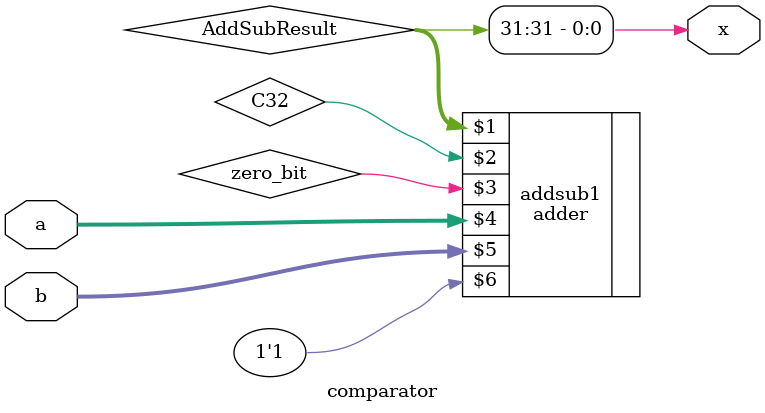
<source format=v>
module comparator (output x, input [31:0] a, input [31:0] b);
	wire [31:0] AddSubResult;
	wire zero_bit;
	adder addsub1 (AddSubResult, C32, zero_bit, a, b, 1'b1);
	and and1 (x, 1'b1, AddSubResult[31]);
endmodule
</source>
